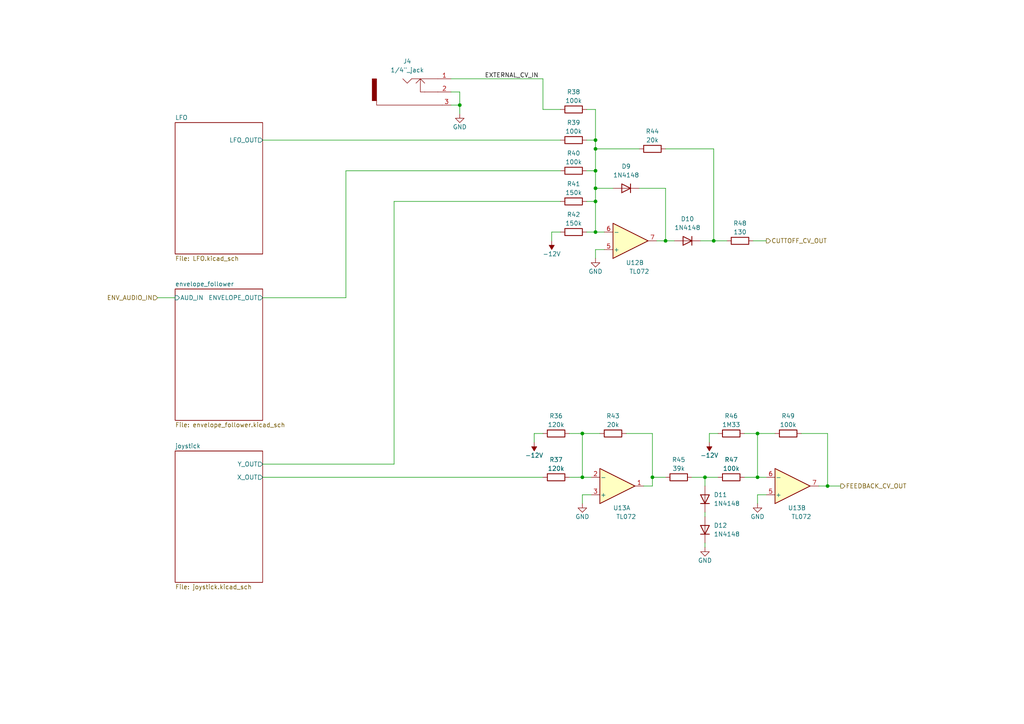
<source format=kicad_sch>
(kicad_sch (version 20211123) (generator eeschema)
  (paper "A4")
  (title_block (title "A.P. Joystick VCF pedal") (date "2022-01-14") (rev "0") (comment 2 "creativecommons.org/licenses/by/4.0") (comment 3 "License: CC by 4.0") (comment 4 "Author: Jordan Aceto"))
  (lib_symbols
    (symbol "Amplifier_Operational:TL072" (pin_names (offset 0.127))
      (property "Reference" "U" (at 0 5.08 0))
      (property "Value" "TL072" (at 0 -5.08 0))
      (symbol "TL072_1_1"
        (polyline (pts (xy -5.08 5.08) (xy 5.08 0) (xy -5.08 -5.08) (xy -5.08 5.08)) (stroke (width 0.254)) (fill (type background)))
        (pin output line (at 7.62 0 180) (length 2.54) (name "~") (number "1"))
        (pin input line (at -7.62 -2.54 0) (length 2.54) (name "-") (number "2"))
        (pin input line (at -7.62 2.54 0) (length 2.54) (name "+") (number "3"))
      )
      (symbol "TL072_2_1"
        (polyline (pts (xy -5.08 5.08) (xy 5.08 0) (xy -5.08 -5.08) (xy -5.08 5.08)) (stroke (width 0.254)) (fill (type background)))
        (pin input line (at -7.62 2.54 0) (length 2.54) (name "+") (number "5"))
        (pin input line (at -7.62 -2.54 0) (length 2.54) (name "-") (number "6"))
        (pin output line (at 7.62 0 180) (length 2.54) (name "~") (number "7"))
      )
      (symbol "TL072_3_1"
        (pin power_in line (at -2.54 -7.62 90) (length 3.81) (name "V-") (number "4"))
        (pin power_in line (at -2.54 7.62 270) (length 3.81) (name "V+") (number "8"))
      )
    )
    (symbol "Device:R" (pin_numbers hide) (pin_names (offset 0))
      (property "Reference" "R" (at 2.032 0 90))
      (property "Value" "R" (at 0 0 90))
      (symbol "R_0_1"
        (rectangle (start -1.016 -2.54) (end 1.016 2.54) (stroke (width 0.254)))
      )
      (symbol "R_1_1"
        (pin passive line (at 0 3.81 270) (length 1.27) (name "~") (number "1"))
        (pin passive line (at 0 -3.81 90) (length 1.27) (name "~") (number "2"))
      )
    )
    (symbol "Diode:1N4148" (pin_numbers hide) (pin_names (offset 1.016) hide)
      (property "Reference" "D" (at 0 2.54 0))
      (property "Value" "1N4148" (at 0 -2.54 0))
      (symbol "1N4148_0_1"
        (polyline (pts (xy -1.27 1.27) (xy -1.27 -1.27)) (stroke (width 0.254)))
        (polyline (pts (xy 1.27 0) (xy -1.27 0)))
        (polyline (pts (xy 1.27 1.27) (xy 1.27 -1.27) (xy -1.27 0) (xy 1.27 1.27)) (stroke (width 0.254)))
      )
      (symbol "1N4148_1_1"
        (pin passive line (at -3.81 0 0) (length 2.54) (name "K") (number "1"))
        (pin passive line (at 3.81 0 180) (length 2.54) (name "A") (number "2"))
      )
    )
    (symbol "custom_symbols:audio_jack_switch" (pin_names (offset 1.016))
      (property "Reference" "J" (at 0 8.89 0))
      (property "Value" "audio_jack_switch" (at 0 6.35 0))
      (symbol "audio_jack_switch_0_1"
        (rectangle (start -11.43 -2.54) (end -10.16 3.81) (fill (type outline)))
        (polyline (pts (xy 3.81 0) (xy 7.62 0) (xy 7.62 0)))
        (polyline (pts (xy 8.89 -3.81) (xy -10.16 -3.81) (xy -10.16 -2.54)))
        (polyline (pts (xy 0 3.81) (xy -1.27 2.54) (xy -2.54 3.81) (xy -2.54 3.81)))
        (polyline (pts (xy 0 3.81) (xy 7.62 3.81) (xy 7.62 3.81) (xy 7.62 3.81)))
        (polyline (pts (xy 1.27 2.54) (xy 2.54 3.81) (xy 3.81 2.54) (xy 3.81 2.54)))
        (polyline (pts (xy 3.81 0) (xy 2.54 0) (xy 2.54 3.81) (xy 2.54 2.54)))
      )
      (symbol "audio_jack_switch_1_1"
        (pin passive line (at 11.43 3.81 180) (length 3.81) (name "~") (number "1"))
        (pin passive line (at 11.43 0 180) (length 3.81) (name "~") (number "2"))
        (pin passive line (at 11.43 -3.81 180) (length 2.54) (name "~") (number "3"))
      )
    )
    (symbol "power:-12V" (power) (pin_names (offset 0))
      (property "Value" "-12V" (at 0 3.81 0))
      (symbol "-12V_0_0"
        (pin power_in line (at 0 0 90) (length 0) hide (name "-12V") (number "1"))
      )
      (symbol "-12V_0_1"
        (polyline (pts (xy 0 0) (xy 0 1.27) (xy 0.762 1.27) (xy 0 2.54) (xy -0.762 1.27) (xy 0 1.27)) (fill (type outline)))
      )
    )
    (symbol "power:GND" (power) (pin_names (offset 0))
      (property "Value" "GND" (at 0 -3.81 0))
      (symbol "GND_0_1"
        (polyline (pts (xy 0 0) (xy 0 -1.27) (xy 1.27 -1.27) (xy 0 -2.54) (xy -1.27 -1.27) (xy 0 -1.27)))
      )
      (symbol "GND_1_1"
        (pin power_in line (at 0 0 270) (length 0) hide (name "GND") (number "1"))
      )
    )
  )
  (junction (at 189.23 138.43))
  (junction (at 172.72 67.31))
  (junction (at 133.35 30.48))
  (junction (at 168.91 125.73))
  (junction (at 172.72 49.53))
  (junction (at 172.72 40.64))
  (junction (at 172.72 43.18))
  (junction (at 207.01 69.85))
  (junction (at 204.47 138.43))
  (junction (at 172.72 54.61))
  (junction (at 219.71 138.43))
  (junction (at 219.71 125.73))
  (junction (at 172.72 58.42))
  (junction (at 193.04 69.85))
  (junction (at 240.03 140.97))
  (junction (at 168.91 138.43))
  (wire (pts (xy 207.01 43.18) (xy 193.04 43.18)))
  (wire (pts (xy 133.35 30.48) (xy 133.35 26.67)))
  (wire (pts (xy 222.25 138.43) (xy 219.71 138.43)))
  (wire (pts (xy 207.01 69.85) (xy 210.82 69.85)))
  (wire (pts (xy 219.71 138.43) (xy 219.71 125.73)))
  (wire (pts (xy 189.23 125.73) (xy 189.23 138.43)))
  (wire (pts (xy 154.94 125.73) (xy 157.48 125.73)))
  (wire (pts (xy 215.9 125.73) (xy 219.71 125.73)))
  (wire (pts (xy 76.2 86.36) (xy 100.33 86.36)))
  (wire (pts (xy 172.72 54.61) (xy 177.8 54.61)))
  (wire (pts (xy 157.48 31.75) (xy 162.56 31.75)))
  (wire (pts (xy 172.72 31.75) (xy 172.72 40.64)))
  (wire (pts (xy 168.91 146.05) (xy 168.91 143.51)))
  (wire (pts (xy 200.66 138.43) (xy 204.47 138.43)))
  (wire (pts (xy 185.42 54.61) (xy 193.04 54.61)))
  (wire (pts (xy 193.04 54.61) (xy 193.04 69.85)))
  (wire (pts (xy 172.72 58.42) (xy 172.72 67.31)))
  (wire (pts (xy 204.47 148.59) (xy 204.47 149.86)))
  (wire (pts (xy 154.94 128.27) (xy 154.94 125.73)))
  (wire (pts (xy 100.33 49.53) (xy 162.56 49.53)))
  (wire (pts (xy 133.35 26.67) (xy 130.81 26.67)))
  (wire (pts (xy 240.03 125.73) (xy 240.03 140.97)))
  (wire (pts (xy 207.01 69.85) (xy 207.01 43.18)))
  (wire (pts (xy 133.35 30.48) (xy 130.81 30.48)))
  (wire (pts (xy 157.48 31.75) (xy 157.48 22.86)))
  (wire (pts (xy 160.02 67.31) (xy 162.56 67.31)))
  (wire (pts (xy 76.2 40.64) (xy 162.56 40.64)))
  (wire (pts (xy 205.74 125.73) (xy 208.28 125.73)))
  (wire (pts (xy 168.91 143.51) (xy 171.45 143.51)))
  (wire (pts (xy 186.69 140.97) (xy 189.23 140.97)))
  (wire (pts (xy 170.18 58.42) (xy 172.72 58.42)))
  (wire (pts (xy 170.18 31.75) (xy 172.72 31.75)))
  (wire (pts (xy 170.18 40.64) (xy 172.72 40.64)))
  (wire (pts (xy 172.72 49.53) (xy 172.72 54.61)))
  (wire (pts (xy 237.49 140.97) (xy 240.03 140.97)))
  (wire (pts (xy 219.71 143.51) (xy 222.25 143.51)))
  (wire (pts (xy 168.91 138.43) (xy 168.91 125.73)))
  (wire (pts (xy 45.72 86.36) (xy 50.8 86.36)))
  (wire (pts (xy 76.2 138.43) (xy 157.48 138.43)))
  (wire (pts (xy 204.47 138.43) (xy 204.47 140.97)))
  (wire (pts (xy 215.9 138.43) (xy 219.71 138.43)))
  (wire (pts (xy 165.1 138.43) (xy 168.91 138.43)))
  (wire (pts (xy 175.26 67.31) (xy 172.72 67.31)))
  (wire (pts (xy 172.72 74.93) (xy 172.72 72.39)))
  (wire (pts (xy 170.18 67.31) (xy 172.72 67.31)))
  (wire (pts (xy 219.71 146.05) (xy 219.71 143.51)))
  (wire (pts (xy 133.35 33.02) (xy 133.35 30.48)))
  (wire (pts (xy 189.23 138.43) (xy 193.04 138.43)))
  (wire (pts (xy 114.3 134.62) (xy 114.3 58.42)))
  (wire (pts (xy 172.72 40.64) (xy 172.72 43.18)))
  (wire (pts (xy 203.2 69.85) (xy 207.01 69.85)))
  (wire (pts (xy 171.45 138.43) (xy 168.91 138.43)))
  (wire (pts (xy 114.3 58.42) (xy 162.56 58.42)))
  (wire (pts (xy 240.03 125.73) (xy 232.41 125.73)))
  (wire (pts (xy 172.72 72.39) (xy 175.26 72.39)))
  (wire (pts (xy 189.23 125.73) (xy 181.61 125.73)))
  (wire (pts (xy 168.91 125.73) (xy 173.99 125.73)))
  (wire (pts (xy 76.2 134.62) (xy 114.3 134.62)))
  (wire (pts (xy 204.47 158.75) (xy 204.47 157.48)))
  (wire (pts (xy 170.18 49.53) (xy 172.72 49.53)))
  (wire (pts (xy 160.02 69.85) (xy 160.02 67.31)))
  (wire (pts (xy 172.72 54.61) (xy 172.72 58.42)))
  (wire (pts (xy 193.04 69.85) (xy 195.58 69.85)))
  (wire (pts (xy 240.03 140.97) (xy 243.84 140.97)))
  (wire (pts (xy 189.23 140.97) (xy 189.23 138.43)))
  (wire (pts (xy 165.1 125.73) (xy 168.91 125.73)))
  (wire (pts (xy 193.04 69.85) (xy 190.5 69.85)))
  (wire (pts (xy 218.44 69.85) (xy 222.25 69.85)))
  (wire (pts (xy 219.71 125.73) (xy 224.79 125.73)))
  (wire (pts (xy 205.74 128.27) (xy 205.74 125.73)))
  (wire (pts (xy 130.81 22.86) (xy 157.48 22.86)))
  (wire (pts (xy 100.33 86.36) (xy 100.33 49.53)))
  (wire (pts (xy 204.47 138.43) (xy 208.28 138.43)))
  (wire (pts (xy 185.42 43.18) (xy 172.72 43.18)))
  (wire (pts (xy 172.72 43.18) (xy 172.72 49.53)))
  (label "EXTERNAL_CV_IN" (at 156.21 22.86 180))
  (hierarchical_label "ENV_AUDIO_IN" (shape input) (at 45.72 86.36 180))
  (hierarchical_label "FEEDBACK_CV_OUT" (shape output) (at 243.84 140.97 0))
  (hierarchical_label "CUTTOFF_CV_OUT" (shape output) (at 222.25 69.85 0))
  (symbol (lib_id "power:-12V") (at 205.74 128.27 180) (unit 1)
    (property "Reference" "#PWR042" (effects hide))
    (property "Value" "-12V" (at 205.74 132.08 0))
  )
  (symbol (lib_id "Amplifier_Operational:TL072") (at 182.88 69.85 0) (mirror x) (unit 2)
    (property "Reference" "U12" (at 184.15 76.2 0))
    (property "Value" "TL072" (at 185.42 78.74 0))
    (property "Datasheet" "http://www.ti.com/lit/ds/symlink/tl071.pdf" (effects hide))
  )
  (symbol (lib_id "Amplifier_Operational:TL072") (at 229.87 140.97 0) (mirror x) (unit 2)
    (property "Reference" "U13" (at 231.14 147.32 0))
    (property "Value" "TL072" (at 232.41 149.86 0))
    (property "Datasheet" "http://www.ti.com/lit/ds/symlink/tl071.pdf" (effects hide))
  )
  (symbol (lib_id "Diode:1N4148") (at 204.47 144.78 90) (unit 1)
    (property "Reference" "D11" (at 207.01 143.5099 90) (effects (justify right)))
    (property "Value" "1N4148" (at 207.01 146.0499 90) (effects (justify right)))
    (property "Footprint" "Diode_THT:D_DO-35_SOD27_P7.62mm_Horizontal" (effects hide))
    (property "Datasheet" "https://assets.nexperia.com/documents/data-sheet/1N4148_1N4448.pdf" (effects hide))
  )
  (symbol (lib_id "Device:R") (at 166.37 40.64 90) (unit 1)
    (property "Reference" "R39" (at 166.37 35.56 90))
    (property "Value" "100k" (at 166.37 38.1 90))
  )
  (symbol (lib_id "custom_symbols:audio_jack_switch") (at 119.38 26.67 0) (unit 1)
    (property "Reference" "J4" (at 118.11 17.78 0))
    (property "Value" "1/4\"_jack" (at 118.11 20.32 0))
  )
  (symbol (lib_id "Diode:1N4148") (at 199.39 69.85 180) (unit 1)
    (property "Reference" "D10" (at 199.39 63.5 0))
    (property "Value" "1N4148" (at 199.39 66.04 0))
    (property "Footprint" "Diode_THT:D_DO-35_SOD27_P7.62mm_Horizontal" (effects hide))
    (property "Datasheet" "https://assets.nexperia.com/documents/data-sheet/1N4148_1N4448.pdf" (effects hide))
  )
  (symbol (lib_id "Device:R") (at 166.37 49.53 90) (unit 1)
    (property "Reference" "R40" (at 166.37 44.45 90))
    (property "Value" "100k" (at 166.37 46.99 90))
  )
  (symbol (lib_id "Device:R") (at 196.85 138.43 90) (unit 1)
    (property "Reference" "R45" (at 196.85 133.35 90))
    (property "Value" "39k" (at 196.85 135.89 90))
  )
  (symbol (lib_id "power:-12V") (at 154.94 128.27 180) (unit 1)
    (property "Reference" "#PWR037" (effects hide))
    (property "Value" "-12V" (at 154.94 132.08 0))
  )
  (symbol (lib_id "power:GND") (at 204.47 158.75 0) (unit 1)
    (property "Reference" "#PWR041" (effects hide))
    (property "Value" "GND" (at 204.47 162.56 0))
  )
  (symbol (lib_id "Device:R") (at 161.29 138.43 90) (unit 1)
    (property "Reference" "R37" (at 161.29 133.35 90))
    (property "Value" "120k" (at 161.29 135.89 90))
  )
  (symbol (lib_id "power:GND") (at 219.71 146.05 0) (unit 1)
    (property "Reference" "#PWR043" (effects hide))
    (property "Value" "GND" (at 219.71 149.86 0))
  )
  (symbol (lib_id "Device:R") (at 166.37 58.42 90) (unit 1)
    (property "Reference" "R41" (at 166.37 53.34 90))
    (property "Value" "150k" (at 166.37 55.88 90))
  )
  (symbol (lib_id "Diode:1N4148") (at 204.47 153.67 90) (unit 1)
    (property "Reference" "D12" (at 207.01 152.3999 90) (effects (justify right)))
    (property "Value" "1N4148" (at 207.01 154.9399 90) (effects (justify right)))
    (property "Footprint" "Diode_THT:D_DO-35_SOD27_P7.62mm_Horizontal" (effects hide))
    (property "Datasheet" "https://assets.nexperia.com/documents/data-sheet/1N4148_1N4448.pdf" (effects hide))
  )
  (symbol (lib_id "power:-12V") (at 160.02 69.85 180) (unit 1)
    (property "Reference" "#PWR038" (effects hide))
    (property "Value" "-12V" (at 160.02 73.66 0))
  )
  (symbol (lib_id "Device:R") (at 177.8 125.73 90) (unit 1)
    (property "Reference" "R43" (at 177.8 120.65 90))
    (property "Value" "20k" (at 177.8 123.19 90))
  )
  (symbol (lib_id "Device:R") (at 166.37 31.75 90) (unit 1)
    (property "Reference" "R38" (at 166.37 26.67 90))
    (property "Value" "100k" (at 166.37 29.21 90))
  )
  (symbol (lib_id "Device:R") (at 166.37 67.31 90) (unit 1)
    (property "Reference" "R42" (at 166.37 62.23 90))
    (property "Value" "150k" (at 166.37 64.77 90))
  )
  (symbol (lib_id "Device:R") (at 212.09 125.73 90) (unit 1)
    (property "Reference" "R46" (at 212.09 120.65 90))
    (property "Value" "1M33" (at 212.09 123.19 90))
  )
  (symbol (lib_id "Device:R") (at 189.23 43.18 90) (unit 1)
    (property "Reference" "R44" (at 189.23 38.1 90))
    (property "Value" "20k" (at 189.23 40.64 90))
  )
  (symbol (lib_id "Device:R") (at 228.6 125.73 90) (unit 1)
    (property "Reference" "R49" (at 228.6 120.65 90))
    (property "Value" "100k" (at 228.6 123.19 90))
  )
  (symbol (lib_id "Amplifier_Operational:TL072") (at 179.07 140.97 0) (mirror x) (unit 1)
    (property "Reference" "U13" (at 180.34 147.32 0))
    (property "Value" "TL072" (at 181.61 149.86 0))
    (property "Datasheet" "http://www.ti.com/lit/ds/symlink/tl071.pdf" (effects hide))
  )
  (symbol (lib_id "power:GND") (at 133.35 33.02 0) (unit 1)
    (property "Reference" "#PWR036" (effects hide))
    (property "Value" "GND" (at 133.35 36.83 0))
  )
  (symbol (lib_id "Diode:1N4148") (at 181.61 54.61 180) (unit 1)
    (property "Reference" "D9" (at 181.61 48.26 0))
    (property "Value" "1N4148" (at 181.61 50.8 0))
    (property "Footprint" "Diode_THT:D_DO-35_SOD27_P7.62mm_Horizontal" (effects hide))
    (property "Datasheet" "https://assets.nexperia.com/documents/data-sheet/1N4148_1N4448.pdf" (effects hide))
  )
  (symbol (lib_id "power:GND") (at 172.72 74.93 0) (unit 1)
    (property "Reference" "#PWR040" (effects hide))
    (property "Value" "GND" (at 172.72 78.74 0))
  )
  (symbol (lib_id "power:GND") (at 168.91 146.05 0) (unit 1)
    (property "Reference" "#PWR039" (effects hide))
    (property "Value" "GND" (at 168.91 149.86 0))
  )
  (symbol (lib_id "Device:R") (at 212.09 138.43 90) (unit 1)
    (property "Reference" "R47" (at 212.09 133.35 90))
    (property "Value" "100k" (at 212.09 135.89 90))
  )
  (symbol (lib_id "Device:R") (at 214.63 69.85 90) (unit 1)
    (property "Reference" "R48" (at 214.63 64.77 90))
    (property "Value" "130" (at 214.63 67.31 90))
  )
  (symbol (lib_id "Device:R") (at 161.29 125.73 90) (unit 1)
    (property "Reference" "R36" (at 161.29 120.65 90))
    (property "Value" "120k" (at 161.29 123.19 90))
  )
  (sheet (at 50.8 35.56) (size 25.4 38.1) (stroke (width 0.1524))
    (property "Sheet name" "LFO" (at 50.8 34.8484 0) (effects (justify left bottom)))
    (property "Sheet file" "LFO.kicad_sch" (at 50.8 74.2446 0) (effects (justify left top)))
    (pin "LFO_OUT" output (at 76.2 40.64 0))
  )
  (sheet (at 50.8 130.81) (size 25.4 38.1) (stroke (width 0.1524))
    (property "Sheet name" "joystick" (at 50.8 130.0984 0) (effects (justify left bottom)))
    (property "Sheet file" "joystick.kicad_sch" (at 50.8 169.4946 0) (effects (justify left top)))
    (pin "X_OUT" output (at 76.2 138.43 0))
    (pin "Y_OUT" output (at 76.2 134.62 0))
  )
  (sheet (at 50.8 83.82) (size 25.4 38.1) (stroke (width 0.1524))
    (property "Sheet name" "envelope_follower" (at 50.8 83.1084 0) (effects (justify left bottom)))
    (property "Sheet file" "envelope_follower.kicad_sch" (at 50.8 122.5046 0) (effects (justify left top)))
    (pin "ENVELOPE_OUT" output (at 76.2 86.36 0))
    (pin "AUD_IN" input (at 50.8 86.36 180))
  )
)
</source>
